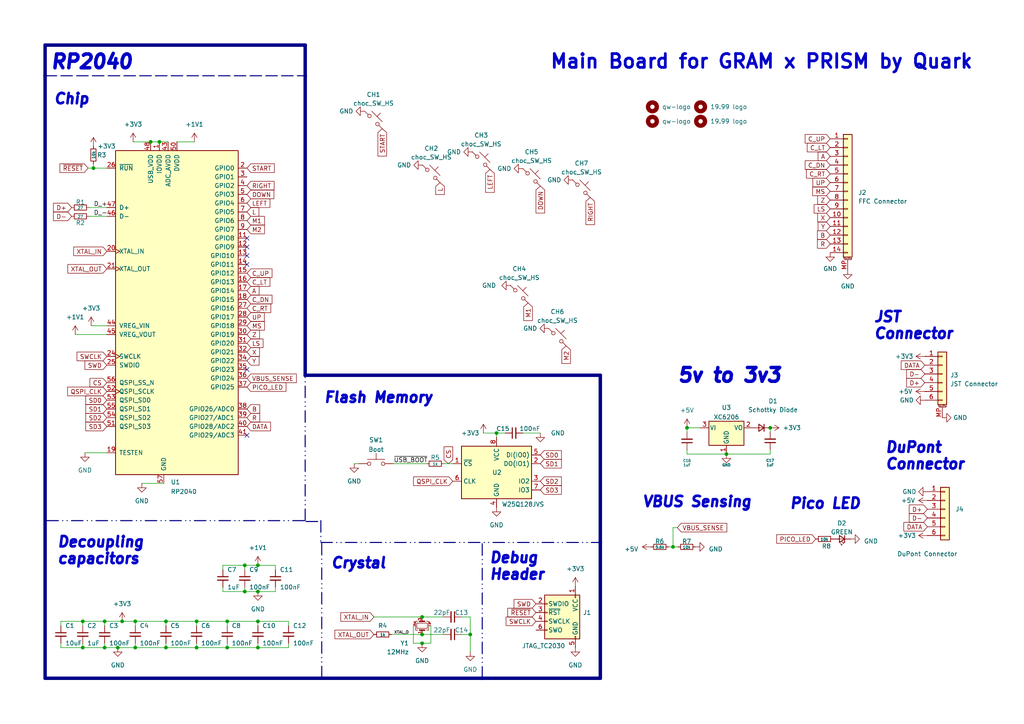
<source format=kicad_sch>
(kicad_sch (version 20230121) (generator eeschema)
  (paper "A4")
  (lib_symbols
    (symbol "Connector_Generic:Conn_01x06" (pin_names (offset 1.016) hide)
      (property "Reference" "J" (at 0 7.62 0))
      (property "Value" "Conn_01x06" (at 0 -10.16 0))
      (symbol "Conn_01x06_1_1"
        (pin passive line (at -5.08 5.08 0) (length 3.81) (name "Pin_1") (number "1"))
        (pin passive line (at -5.08 2.54 0) (length 3.81) (name "Pin_2") (number "2"))
        (pin passive line (at -5.08 0 0) (length 3.81) (name "Pin_3") (number "3"))
        (pin passive line (at -5.08 -2.54 0) (length 3.81) (name "Pin_4") (number "4"))
        (pin passive line (at -5.08 -5.08 0) (length 3.81) (name "Pin_5") (number "5"))
        (pin passive line (at -5.08 -7.62 0) (length 3.81) (name "Pin_6") (number "6"))
      )
    )
    (symbol "Connector_Generic_MountingPin:Conn_01x06_MountingPin" (pin_names (offset 1.016) hide)
      (property "Reference" "J" (at 0 7.62 0))
      (property "Value" "Conn_01x06_MountingPin" (at 1.27 -10.16 0))
      (symbol "Conn_01x06_MountingPin_1_1"
        (text "Mounting" (at 0 -9.271 0) (effects (font (size 0.381 0.381))))
        (pin passive line (at -5.08 5.08 0) (length 3.81) (name "Pin_1") (number "1"))
        (pin passive line (at -5.08 2.54 0) (length 3.81) (name "Pin_2") (number "2"))
        (pin passive line (at -5.08 0 0) (length 3.81) (name "Pin_3") (number "3"))
        (pin passive line (at -5.08 -2.54 0) (length 3.81) (name "Pin_4") (number "4"))
        (pin passive line (at -5.08 -5.08 0) (length 3.81) (name "Pin_5") (number "5"))
        (pin passive line (at -5.08 -7.62 0) (length 3.81) (name "Pin_6") (number "6"))
        (pin passive line (at 0 -12.7 90) (length 3.048) (name "MountPin") (number "MP"))
      )
    )
    (symbol "Connector_Generic_MountingPin:Conn_01x14_MountingPin" (pin_names (offset 1.016) hide)
      (property "Reference" "J" (at 0 17.78 0))
      (property "Value" "Conn_01x14_MountingPin" (at 1.27 -20.32 0))
      (symbol "Conn_01x14_MountingPin_1_1"
        (text "Mounting" (at 0 -19.431 0) (effects (font (size 0.381 0.381))))
        (pin passive line (at -5.08 15.24 0) (length 3.81) (name "Pin_1") (number "1"))
        (pin passive line (at -5.08 -7.62 0) (length 3.81) (name "Pin_10") (number "10"))
        (pin passive line (at -5.08 -10.16 0) (length 3.81) (name "Pin_11") (number "11"))
        (pin passive line (at -5.08 -12.7 0) (length 3.81) (name "Pin_12") (number "12"))
        (pin passive line (at -5.08 -15.24 0) (length 3.81) (name "Pin_13") (number "13"))
        (pin passive line (at -5.08 -17.78 0) (length 3.81) (name "Pin_14") (number "14"))
        (pin passive line (at -5.08 12.7 0) (length 3.81) (name "Pin_2") (number "2"))
        (pin passive line (at -5.08 10.16 0) (length 3.81) (name "Pin_3") (number "3"))
        (pin passive line (at -5.08 7.62 0) (length 3.81) (name "Pin_4") (number "4"))
        (pin passive line (at -5.08 5.08 0) (length 3.81) (name "Pin_5") (number "5"))
        (pin passive line (at -5.08 2.54 0) (length 3.81) (name "Pin_6") (number "6"))
        (pin passive line (at -5.08 0 0) (length 3.81) (name "Pin_7") (number "7"))
        (pin passive line (at -5.08 -2.54 0) (length 3.81) (name "Pin_8") (number "8"))
        (pin passive line (at -5.08 -5.08 0) (length 3.81) (name "Pin_9") (number "9"))
        (pin passive line (at 0 -22.86 90) (length 3.048) (name "MountPin") (number "MP"))
      )
    )
    (symbol "Device:C_Small" (pin_numbers hide) (pin_names (offset 0.254) hide)
      (property "Reference" "C" (at 0.254 1.778 0))
      (property "Value" "C_Small" (at 0.254 -2.032 0))
      (symbol "C_Small_1_1"
        (pin passive line (at 0 2.54 270) (length 2.032) (name "~") (number "1"))
        (pin passive line (at 0 -2.54 90) (length 2.032) (name "~") (number "2"))
      )
    )
    (symbol "Device:Crystal_GND24_Small" (pin_names (offset 1.016) hide)
      (property "Reference" "Y" (at 1.27 4.445 0))
      (property "Value" "Crystal_GND24_Small" (at 1.27 2.54 0))
      (symbol "Crystal_GND24_Small_1_1"
        (pin passive line (at -2.54 0 0) (length 1.27) (name "1") (number "1"))
        (pin passive line (at 0 -2.54 90) (length 0.635) (name "2") (number "2"))
        (pin passive line (at 2.54 0 180) (length 1.27) (name "3") (number "3"))
        (pin passive line (at 0 2.54 270) (length 0.635) (name "4") (number "4"))
      )
    )
    (symbol "Device:D_Small" (pin_numbers hide) (pin_names (offset 0.254) hide)
      (property "Reference" "D" (at -1.27 2.032 0))
      (property "Value" "D_Small" (at -3.81 -2.032 0))
      (symbol "D_Small_1_1"
        (pin passive line (at -2.54 0 0) (length 1.778) (name "K") (number "1"))
        (pin passive line (at 2.54 0 180) (length 1.778) (name "A") (number "2"))
      )
    )
    (symbol "Device:LED_Small" (pin_numbers hide) (pin_names (offset 0.254) hide)
      (property "Reference" "D" (at -1.27 3.175 0))
      (property "Value" "LED_Small" (at -4.445 -2.54 0))
      (symbol "LED_Small_1_1"
        (pin passive line (at -2.54 0 0) (length 1.778) (name "K") (number "1"))
        (pin passive line (at 2.54 0 180) (length 1.778) (name "A") (number "2"))
      )
    )
    (symbol "Device:R_Small" (pin_numbers hide) (pin_names (offset 0.254) hide)
      (property "Reference" "R" (at 0.762 0.508 0))
      (property "Value" "R_Small" (at 0.762 -1.016 0))
      (symbol "R_Small_1_1"
        (pin passive line (at 0 2.54 270) (length 0.762) (name "~") (number "1"))
        (pin passive line (at 0 -2.54 90) (length 0.762) (name "~") (number "2"))
      )
    )
    (symbol "GND_1" (power) (pin_names (offset 0))
      (property "Value" "GND_1" (at 0 -3.81 0))
      (symbol "GND_1_1_1"
        (pin power_in line (at 0 0 270) (length 0) hide (name "GND") (number "1"))
      )
    )
    (symbol "GND_2" (power) (pin_names (offset 0))
      (property "Value" "GND_2" (at 0 -3.81 0))
      (symbol "GND_2_1_1"
        (pin power_in line (at 0 0 270) (length 0) hide (name "GND") (number "1"))
      )
    )
    (symbol "Mechanical:MountingHole" (pin_names (offset 1.016))
      (property "Reference" "H" (at 0 5.08 0))
      (property "Value" "MountingHole" (at 0 3.175 0))
    )
    (symbol "Memory_Flash:W25Q128JVS"
      (property "Reference" "U" (at -8.89 8.89 0))
      (property "Value" "W25Q128JVS" (at 7.62 8.89 0))
      (symbol "W25Q128JVS_1_1"
        (pin input line (at -12.7 2.54 0) (length 2.54) (name "~{CS}") (number "1"))
        (pin bidirectional line (at 12.7 2.54 180) (length 2.54) (name "DO(IO1)") (number "2"))
        (pin bidirectional line (at 12.7 -2.54 180) (length 2.54) (name "IO2") (number "3"))
        (pin power_in line (at 0 -10.16 90) (length 2.54) (name "GND") (number "4"))
        (pin bidirectional line (at 12.7 5.08 180) (length 2.54) (name "DI(IO0)") (number "5"))
        (pin input line (at -12.7 -2.54 0) (length 2.54) (name "CLK") (number "6"))
        (pin bidirectional line (at 12.7 -5.08 180) (length 2.54) (name "IO3") (number "7"))
        (pin power_in line (at 0 10.16 270) (length 2.54) (name "VCC") (number "8"))
      )
    )
    (symbol "PCM_marbastlib-choc:choc_SW_HS" (pin_numbers hide) (pin_names (offset 1.016) hide)
      (property "Reference" "CH" (at 3.048 1.016 0))
      (property "Value" "choc_SW_HS" (at 0 -3.81 0))
      (symbol "choc_SW_HS_0_1"
        (pin passive line (at -2.54 2.54 0) (length 0) (name "1") (number "1"))
        (pin passive line (at 2.54 -2.54 180) (length 0) (name "2") (number "2"))
      )
    )
    (symbol "Regulator_Linear:XC6206PxxxMR" (pin_names (offset 0.254))
      (property "Reference" "U" (at -3.81 3.175 0))
      (property "Value" "XC6206PxxxMR" (at 0 3.175 0))
      (symbol "XC6206PxxxMR_1_1"
        (pin power_in line (at 0 -7.62 90) (length 2.54) (name "GND") (number "1"))
        (pin power_out line (at 7.62 0 180) (length 2.54) (name "VO") (number "2"))
        (pin power_in line (at -7.62 0 0) (length 2.54) (name "VI") (number "3"))
      )
    )
    (symbol "Sleep-lib:RP2040" (pin_names (offset 1.016))
      (property "Reference" "U" (at 8.89 51.435 0))
      (property "Value" "RP2040" (at 8.89 48.895 0))
      (symbol "RP2040_1_1"
        (pin power_in line (at -5.08 50.8 270) (length 2.54) (name "IOVDD") (number "1"))
        (pin power_in line (at -5.08 50.8 270) (length 2.54) hide (name "IOVDD") (number "10"))
        (pin input line (at 20.32 22.86 180) (length 2.54) (name "GPIO8") (number "11"))
        (pin input line (at 20.32 20.32 180) (length 2.54) (name "GPIO9") (number "12"))
        (pin input line (at 20.32 17.78 180) (length 2.54) (name "GPIO10") (number "13"))
        (pin input line (at 20.32 15.24 180) (length 2.54) (name "GPIO11") (number "14"))
        (pin input line (at 20.32 12.7 180) (length 2.54) (name "GPIO12") (number "15"))
        (pin input line (at 20.32 10.16 180) (length 2.54) (name "GPIO13") (number "16"))
        (pin input line (at 20.32 7.62 180) (length 2.54) (name "GPIO14") (number "17"))
        (pin input line (at 20.32 5.08 180) (length 2.54) (name "GPIO15") (number "18"))
        (pin input line (at -20.32 -39.37 0) (length 2.54) (name "TESTEN") (number "19"))
        (pin input line (at 20.32 43.18 180) (length 2.54) (name "GPIO0") (number "2"))
        (pin input clock (at -20.32 19.05 0) (length 2.54) (name "XTAL_IN") (number "20"))
        (pin input clock (at -20.32 13.97 0) (length 2.54) (name "XTAL_OUT") (number "21"))
        (pin power_in line (at -5.08 50.8 270) (length 2.54) hide (name "IOVDD") (number "22"))
        (pin power_in line (at 0 50.8 270) (length 2.54) hide (name "DVDD") (number "23"))
        (pin input clock (at -20.32 -11.43 0) (length 2.54) (name "SWCLK") (number "24"))
        (pin bidirectional line (at -20.32 -13.97 0) (length 2.54) (name "SWDIO") (number "25"))
        (pin input line (at -20.32 43.18 0) (length 2.54) (name "~{RUN}") (number "26"))
        (pin input line (at 20.32 2.54 180) (length 2.54) (name "GPIO16") (number "27"))
        (pin input line (at 20.32 0 180) (length 2.54) (name "GPIO17") (number "28"))
        (pin input line (at 20.32 -2.54 180) (length 2.54) (name "GPIO18") (number "29"))
        (pin input line (at 20.32 40.64 180) (length 2.54) (name "GPIO1") (number "3"))
        (pin input line (at 20.32 -5.08 180) (length 2.54) (name "GPIO19") (number "30"))
        (pin input line (at 20.32 -7.62 180) (length 2.54) (name "GPIO20") (number "31"))
        (pin input line (at 20.32 -10.16 180) (length 2.54) (name "GPIO21") (number "32"))
        (pin power_in line (at -5.08 50.8 270) (length 2.54) hide (name "IOVDD") (number "33"))
        (pin input line (at 20.32 -12.7 180) (length 2.54) (name "GPIO22") (number "34"))
        (pin input line (at 20.32 -15.24 180) (length 2.54) (name "GPIO23") (number "35"))
        (pin input line (at 20.32 -17.78 180) (length 2.54) (name "GPIO24") (number "36"))
        (pin input line (at 20.32 -20.32 180) (length 2.54) (name "GPIO25") (number "37"))
        (pin input line (at 20.32 -26.67 180) (length 2.54) (name "GPIO26/ADC0") (number "38"))
        (pin input line (at 20.32 -29.21 180) (length 2.54) (name "GPIO27/ADC1") (number "39"))
        (pin input line (at 20.32 38.1 180) (length 2.54) (name "GPIO2") (number "4"))
        (pin input line (at 20.32 -31.75 180) (length 2.54) (name "GPIO28/ADC2") (number "40"))
        (pin input line (at 20.32 -34.29 180) (length 2.54) (name "GPIO29/ADC3") (number "41"))
        (pin power_in line (at -5.08 50.8 270) (length 2.54) hide (name "IOVDD") (number "42"))
        (pin power_in line (at -2.54 50.8 270) (length 2.54) (name "ADC_AVDD") (number "43"))
        (pin power_in line (at -20.32 -2.54 0) (length 2.54) (name "VREG_VIN") (number "44"))
        (pin power_out line (at -20.32 -5.08 0) (length 2.54) (name "VREG_VOUT") (number "45"))
        (pin bidirectional line (at -20.32 29.21 0) (length 2.54) (name "D-") (number "46"))
        (pin bidirectional line (at -20.32 31.75 0) (length 2.54) (name "D+") (number "47"))
        (pin power_in line (at -7.62 50.8 270) (length 2.54) (name "USB_VDD") (number "48"))
        (pin power_in line (at -5.08 50.8 270) (length 2.54) hide (name "IOVDD") (number "49"))
        (pin input line (at 20.32 35.56 180) (length 2.54) (name "GPIO3") (number "5"))
        (pin power_in line (at 0 50.8 270) (length 2.54) (name "DVDD") (number "50"))
        (pin bidirectional line (at -20.32 -31.75 0) (length 2.54) (name "QSPI_SD3") (number "51"))
        (pin input clock (at -20.32 -21.59 0) (length 2.54) (name "QSPI_SCLK") (number "52"))
        (pin bidirectional line (at -20.32 -24.13 0) (length 2.54) (name "QSPI_SD0") (number "53"))
        (pin bidirectional line (at -20.32 -29.21 0) (length 2.54) (name "QSPI_SD2") (number "54"))
        (pin bidirectional line (at -20.32 -26.67 0) (length 2.54) (name "QSPI_SD1") (number "55"))
        (pin bidirectional line (at -20.32 -19.05 0) (length 2.54) (name "QSPI_SS_N") (number "56"))
        (pin power_in line (at -3.81 -48.26 90) (length 2.54) (name "GND") (number "57"))
        (pin input line (at 20.32 33.02 180) (length 2.54) (name "GPIO4") (number "6"))
        (pin input line (at 20.32 30.48 180) (length 2.54) (name "GPIO5") (number "7"))
        (pin input line (at 20.32 27.94 180) (length 2.54) (name "GPIO6") (number "8"))
        (pin input line (at 20.32 25.4 180) (length 2.54) (name "GPIO7") (number "9"))
      )
    )
    (symbol "Switch:SW_Push" (pin_numbers hide) (pin_names (offset 1.016) hide)
      (property "Reference" "SW" (at 1.27 2.54 0))
      (property "Value" "SW_Push" (at 0 -1.524 0))
      (symbol "SW_Push_0_1"
        (pin passive line (at -5.08 0 0) (length 2.54) (name "1") (number "1"))
        (pin passive line (at 5.08 0 180) (length 2.54) (name "2") (number "2"))
      )
    )
    (symbol "marbastlib-various:JTAG_TC2030" (pin_names (offset 1.016))
      (property "Reference" "J" (at -3.81 -6.35 0))
      (property "Value" "JTAG_TC2030" (at -10.16 8.89 0))
      (symbol "JTAG_TC2030_1_1"
        (pin passive line (at 5.08 10.16 270) (length 2.54) (name "VCC") (number "1"))
        (pin passive line (at -6.35 5.08 0) (length 2.54) (name "SWDIO") (number "2"))
        (pin passive line (at -6.35 2.54 0) (length 2.54) (name "~{RST}") (number "3"))
        (pin passive line (at -6.35 0 0) (length 2.54) (name "SWCLK") (number "4"))
        (pin passive line (at 5.08 -7.62 90) (length 2.54) (name "GND") (number "5"))
        (pin passive line (at -6.35 -2.54 0) (length 2.54) (name "SWO") (number "6"))
      )
    )
    (symbol "power:+1V1" (power) (pin_names (offset 0))
      (property "Value" "+1V1" (at 0 3.556 0))
      (symbol "+1V1_1_1"
        (pin power_in line (at 0 0 90) (length 0) hide (name "+1V1") (number "1"))
      )
    )
    (symbol "power:+3.3V" (power) (pin_names (offset 0))
      (property "Value" "+3.3V" (at 0 3.556 0))
      (symbol "+3.3V_1_1"
        (pin power_in line (at 0 0 90) (length 0) hide (name "+3V3") (number "1"))
      )
    )
    (symbol "power:+3V3" (power) (pin_names (offset 0))
      (property "Value" "+3V3" (at 0 3.556 0))
      (symbol "+3V3_1_1"
        (pin power_in line (at 0 0 90) (length 0) hide (name "+3V3") (number "1"))
      )
    )
    (symbol "power:+5V" (power) (pin_names (offset 0))
      (property "Value" "+5V" (at 0 3.556 0))
      (symbol "+5V_1_1"
        (pin power_in line (at 0 0 90) (length 0) hide (name "+5V") (number "1"))
      )
    )
    (symbol "power:GND" (power) (pin_names (offset 0))
      (property "Value" "GND" (at 0 -3.81 0))
      (symbol "GND_1_1"
        (pin power_in line (at 0 0 270) (length 0) hide (name "GND") (number "1"))
      )
    )
  )
  (junction (at 223.393 124.079))
  (junction (at 199.263 124.079) (diameter 0.9144))
  (junction (at 30.353 187.833))
  (junction (at 74.803 187.833))
  (junction (at 65.913 180.213))
  (junction (at 88.519 21.971))
  (junction (at 144.018 125.603))
  (junction (at 174.117 157.3361))
  (junction (at 70.993 171.577))
  (junction (at 57.023 187.833))
  (junction (at 74.803 180.213))
  (junction (at 210.693 131.699) (diameter 0.9144))
  (junction (at 48.133 180.213))
  (junction (at 48.133 187.833))
  (junction (at 136.398 184.023))
  (junction (at 65.913 187.833))
  (junction (at 57.023 180.213))
  (junction (at 46.228 41.148))
  (junction (at 70.993 163.957))
  (junction (at 13.081 21.971))
  (junction (at 195.199 158.623))
  (junction (at 43.688 41.148))
  (junction (at 27.0952 48.768))
  (junction (at 24.003 187.833))
  (junction (at 24.003 180.213))
  (junction (at 122.428 186.563))
  (junction (at 122.428 184.023))
  (junction (at 34.163 187.833))
  (junction (at 139.874 196.723))
  (junction (at 35.433 180.213))
  (junction (at 74.803 171.577))
  (junction (at 88.519 108.839))
  (junction (at 39.243 187.833))
  (junction (at 122.428 178.943))
  (junction (at 74.803 163.957))
  (junction (at 39.243 180.213))
  (junction (at 30.353 180.213))
  (no_connect (at 71.628 126.238))
  (no_connect (at 71.628 69.088))
  (no_connect (at 71.628 71.628))
  (no_connect (at 71.628 76.708))
  (no_connect (at 71.628 107.188))
  (no_connect (at 71.628 74.168))
  (wire (pts (xy 210.693 131.699) (xy 223.393 131.699)))
  (wire (pts (xy 74.803 171.577) (xy 79.883 171.577)))
  (bus (pts (xy 139.874 196.723) (xy 174.117 196.723)) (stroke (width 1)))
  (wire (pts (xy 136.398 184.023) (xy 133.858 184.023)))
  (wire (pts (xy 48.133 187.833) (xy 48.133 186.563)))
  (bus (pts (xy 13.081 196.723) (xy 139.874 196.723)) (stroke (width 1)))
  (wire (pts (xy 70.993 171.577) (xy 74.803 171.577)))
  (bus (pts (xy 13.081 21.971) (xy 13.081 196.723)) (stroke (width 1)))
  (bus (pts (xy 93.0582 151.003) (xy 93.0582 157.3361)) (stroke (width 0) (type dash_dot_dot)))
  (wire (pts (xy 38.608 41.148) (xy 43.688 41.148)))
  (wire (pts (xy 195.199 158.623) (xy 196.6468 158.623)))
  (bus (pts (xy 88.519 13.081) (xy 88.519 21.971)) (stroke (width 1)))
  (wire (pts (xy 74.803 180.213) (xy 83.693 180.213)))
  (wire (pts (xy 70.993 163.957) (xy 70.993 165.227)))
  (bus (pts (xy 174.117 157.3361) (xy 174.117 157.353)))
  (wire (pts (xy 43.688 41.148) (xy 46.228 41.148)))
  (wire (pts (xy 51.308 41.148) (xy 56.388 41.148)))
  (wire (pts (xy 124.968 181.483) (xy 124.968 186.563)))
  (bus (pts (xy 88.519 21.971) (xy 88.519 108.839)) (stroke (width 1)))
  (wire (pts (xy 30.988 97.028) (xy 21.8186 97.028)))
  (wire (pts (xy 79.883 163.957) (xy 79.883 165.227)))
  (wire (pts (xy 223.393 130.4036) (xy 223.393 131.699)))
  (wire (pts (xy 74.803 163.957) (xy 79.883 163.957)))
  (wire (pts (xy 34.163 187.833) (xy 39.243 187.833)))
  (wire (pts (xy 65.913 180.213) (xy 74.803 180.213)))
  (wire (pts (xy 199.263 130.429) (xy 199.263 131.699)))
  (wire (pts (xy 17.653 180.213) (xy 24.003 180.213)))
  (wire (pts (xy 119.888 181.483) (xy 119.888 186.563)))
  (wire (pts (xy 133.858 178.943) (xy 136.398 178.943)))
  (wire (pts (xy 79.883 171.577) (xy 79.883 170.307)))
  (wire (pts (xy 27.0952 47.498) (xy 27.0952 48.768)))
  (wire (pts (xy 102.743 134.493) (xy 104.013 134.493)))
  (wire (pts (xy 144.018 125.603) (xy 144.018 126.873)))
  (bus (pts (xy 93.3122 157.5901) (xy 93.3122 196.977)) (stroke (width 0) (type dash_dot_dot)))
  (wire (pts (xy 74.803 180.213) (xy 74.803 181.483)))
  (wire (pts (xy 128.778 134.493) (xy 131.318 134.493)))
  (wire (pts (xy 140.208 125.603) (xy 144.018 125.603)))
  (wire (pts (xy 151.638 125.603) (xy 156.718 125.603)))
  (wire (pts (xy 46.228 41.148) (xy 48.768 41.148)))
  (wire (pts (xy 108.458 178.943) (xy 122.428 178.943)))
  (wire (pts (xy 57.023 180.213) (xy 65.913 180.213)))
  (wire (pts (xy 64.643 163.957) (xy 64.643 165.227)))
  (wire (pts (xy 39.243 187.833) (xy 48.133 187.833)))
  (bus (pts (xy 139.874 196.723) (xy 139.874 157.353)) (stroke (width 0) (type dash_dot_dot)))
  (wire (pts (xy 30.353 186.563) (xy 30.353 187.833)))
  (bus (pts (xy 88.519 151.003) (xy 88.519 108.839)) (stroke (width 0) (type dash_dot_dot)))
  (bus (pts (xy 13.081 13.081) (xy 13.081 21.971)) (stroke (width 1)))
  (wire (pts (xy 128.778 184.023) (xy 122.428 184.023)))
  (wire (pts (xy 70.993 170.307) (xy 70.993 171.577)))
  (wire (pts (xy 17.653 187.833) (xy 24.003 187.833)))
  (wire (pts (xy 17.653 181.483) (xy 17.653 180.213)))
  (wire (pts (xy 210.693 131.699) (xy 199.263 131.699)))
  (wire (pts (xy 25.5523 48.768) (xy 27.0952 48.768)))
  (wire (pts (xy 136.398 178.943) (xy 136.398 184.023)))
  (wire (pts (xy 74.803 187.833) (xy 83.693 187.833)))
  (bus (pts (xy 174.117 157.3361) (xy 174.117 108.839)) (stroke (width 1)))
  (wire (pts (xy 25.8572 62.738) (xy 30.988 62.738)))
  (wire (pts (xy 24.003 187.833) (xy 30.353 187.833)))
  (wire (pts (xy 57.023 186.563) (xy 57.023 187.833)))
  (wire (pts (xy 119.888 186.563) (xy 122.428 186.563)))
  (wire (pts (xy 39.243 187.833) (xy 39.243 186.563)))
  (wire (pts (xy 48.133 187.833) (xy 57.023 187.833)))
  (bus (pts (xy 13.081 21.971) (xy 88.519 21.971)) (stroke (width 0) (type dash)))
  (wire (pts (xy 83.693 180.213) (xy 83.693 181.483)))
  (wire (pts (xy 24.003 180.213) (xy 24.003 181.483)))
  (wire (pts (xy 65.913 187.833) (xy 74.803 187.833)))
  (wire (pts (xy 136.398 184.023) (xy 136.398 189.103)))
  (bus (pts (xy 13.589 151.003) (xy 88.519 151.003)) (stroke (width 0) (type dash_dot_dot)))
  (wire (pts (xy 39.243 180.213) (xy 48.133 180.213)))
  (wire (pts (xy 74.803 187.833) (xy 74.803 186.563)))
  (wire (pts (xy 48.133 180.213) (xy 57.023 180.213)))
  (wire (pts (xy 65.913 180.213) (xy 65.913 181.483)))
  (wire (pts (xy 70.993 163.957) (xy 64.643 163.957)))
  (wire (pts (xy 30.353 180.213) (xy 30.353 181.483)))
  (wire (pts (xy 27.0952 48.768) (xy 30.988 48.768)))
  (bus (pts (xy 88.519 108.839) (xy 174.117 108.839)) (stroke (width 1)))
  (wire (pts (xy 65.913 186.563) (xy 65.913 187.833)))
  (wire (pts (xy 57.023 187.833) (xy 65.913 187.833)))
  (wire (pts (xy 199.263 124.079) (xy 199.263 125.349)))
  (wire (pts (xy 195.199 153.035) (xy 195.199 158.623)))
  (wire (pts (xy 144.018 125.603) (xy 146.558 125.603)))
  (wire (pts (xy 74.803 163.957) (xy 70.993 163.957)))
  (wire (pts (xy 199.263 124.079) (xy 203.073 124.079)))
  (wire (pts (xy 57.023 180.213) (xy 57.023 181.483)))
  (wire (pts (xy 114.173 134.493) (xy 123.698 134.493)))
  (wire (pts (xy 30.353 187.833) (xy 34.163 187.833)))
  (wire (pts (xy 48.133 180.213) (xy 48.133 181.483)))
  (wire (pts (xy 26.4414 94.488) (xy 30.988 94.488)))
  (wire (pts (xy 35.433 180.213) (xy 39.243 180.213)))
  (wire (pts (xy 39.243 180.213) (xy 39.243 181.483)))
  (wire (pts (xy 41.148 140.208) (xy 47.498 140.208)))
  (wire (pts (xy 30.353 180.213) (xy 35.433 180.213)))
  (wire (pts (xy 193.929 158.623) (xy 195.199 158.623)))
  (wire (pts (xy 25.8572 60.198) (xy 30.988 60.198)))
  (wire (pts (xy 17.653 186.563) (xy 17.653 187.833)))
  (wire (pts (xy 64.643 170.307) (xy 64.643 171.577)))
  (bus (pts (xy 93.0582 157.3361) (xy 174.117 157.3361)) (stroke (width 0) (type dash_dot_dot)))
  (wire (pts (xy 223.393 125.3236) (xy 223.393 124.079)))
  (wire (pts (xy 64.643 171.577) (xy 70.993 171.577)))
  (wire (pts (xy 122.428 184.023) (xy 113.538 184.023)))
  (wire (pts (xy 24.003 186.563) (xy 24.003 187.833)))
  (wire (pts (xy 196.469 153.035) (xy 195.199 153.035)))
  (wire (pts (xy 30.353 180.213) (xy 24.003 180.213)))
  (wire (pts (xy 24.638 131.318) (xy 30.988 131.318)))
  (wire (pts (xy 128.778 178.943) (xy 122.428 178.943)))
  (bus (pts (xy 13.081 13.081) (xy 88.519 13.081)) (stroke (width 1)))
  (bus (pts (xy 174.117 196.723) (xy 174.117 157.3361)) (stroke (width 1)))
  (wire (pts (xy 83.693 187.833) (xy 83.693 186.563)))
  (bus (pts (xy 88.773 151.257) (xy 93.3122 151.257)) (stroke (width 0) (type dash_dot_dot)))
  (wire (pts (xy 124.968 186.563) (xy 122.428 186.563)))
  (text "Debug\nHeader" (at 141.732 168.529 0) (effects (font (size 3 3) (thickness 2) bold italic) (justify left bottom)))
  (text "5v to 3v3" (at 196.215 111.379 0) (effects (font (size 4 4) (thickness 2) bold italic) (justify left bottom)))
  (text "Chip" (at 15.367 30.607 0) (effects (font (size 3 3) (thickness 2) bold italic) (justify left bottom)))
  (text "Pico LED" (at 228.8032 147.955 0) (effects (font (size 3 3) (thickness 2) bold italic) (justify left bottom)))
  (text "Main Board for GRAM x PRISM by Quark" (at 282.448 20.32 0) (effects (font (size 4 4) (thickness 0.8) bold) (justify right bottom)))
  (text "JST\nConnector" (at 253.238 98.679 0) (effects (font (size 3 3) (thickness 2) bold italic) (justify left bottom)))
  (text "Flash Memory" (at 93.726 117.221 0) (effects (font (size 3 3) (thickness 2) bold italic) (justify left bottom)))
  (text "Decoupling\ncapacitors" (at 16.383 163.957 0) (effects (font (size 3 3) (thickness 2) bold italic) (justify left bottom)))
  (text "VBUS Sensing" (at 186.055 147.447 0) (effects (font (size 3 3) (thickness 2) bold italic) (justify left bottom)))
  (text "Crystal" (at 95.758 165.227 0) (effects (font (size 3 3) (thickness 2) bold italic) (justify left bottom)))
  (text "RP2040" (at 14.351 20.447 0) (effects (font (size 4 4) (thickness 2) bold italic) (justify left bottom)))
  (text "DuPont\nConnector" (at 256.54 136.525 0) (effects (font (size 3 3) (thickness 2) bold italic) (justify left bottom)))
  (label "D_-" (at 27.178 62.738 0))
  (label "D_+" (at 27.178 60.198 0))
  (label "~{USB_BOOT}" (at 114.173 134.493 0))
  (label "XTAL_O" (at 118.618 184.023 180) (effects (font (size 0.8 0.8))))
  (global_label "RIGHT" (shape input) (at 71.628 53.848 0) (property "Intersheetrefs" "${INTERSHEET_REFS}" (effects hide)))
  (global_label "C_LT" (shape input) (at 240.792 42.799 180) (property "Intersheetrefs" "${INTERSHEET_REFS}" (effects hide)))
  (global_label "DOWN" (shape input) (at 71.628 56.388 0) (property "Intersheetrefs" "${INTERSHEET_REFS}" (effects hide)))
  (global_label "START" (shape input) (at 71.628 48.768 0) (property "Intersheetrefs" "${INTERSHEET_REFS}" (effects hide)))
  (global_label "C_UP" (shape input) (at 240.792 40.259 180) (property "Intersheetrefs" "${INTERSHEET_REFS}" (effects hide)))
  (global_label "D+" (shape input) (at 268.224 110.998 180) (property "Intersheetrefs" "${INTERSHEET_REFS}" (effects hide)))
  (global_label "LS" (shape input) (at 71.628 99.568 0) (property "Intersheetrefs" "${INTERSHEET_REFS}" (effects hide)))
  (global_label "DOWN" (shape input) (at 156.718 53.975 270) (property "Intersheetrefs" "${INTERSHEET_REFS}" (effects hide)))
  (global_label "C_DN" (shape input) (at 71.628 86.868 0) (property "Intersheetrefs" "${INTERSHEET_REFS}" (effects hide)))
  (global_label "X" (shape input) (at 240.792 63.119 180) (property "Intersheetrefs" "${INTERSHEET_REFS}" (effects hide)))
  (global_label "D+" (shape input) (at 268.986 147.701 180) (property "Intersheetrefs" "${INTERSHEET_REFS}" (effects hide)))
  (global_label "DATA" (shape input) (at 268.986 152.781 180) (property "Intersheetrefs" "${INTERSHEET_REFS}" (effects hide)))
  (global_label "START" (shape input) (at 110.871 37.338 270) (property "Intersheetrefs" "${INTERSHEET_REFS}" (effects hide)))
  (global_label "UP" (shape input) (at 71.628 91.948 0) (property "Intersheetrefs" "${INTERSHEET_REFS}" (effects hide)))
  (global_label "C_RT" (shape input) (at 71.628 89.408 0) (property "Intersheetrefs" "${INTERSHEET_REFS}" (effects hide)))
  (global_label "Y" (shape input) (at 71.628 104.648 0) (property "Intersheetrefs" "${INTERSHEET_REFS}" (effects hide)))
  (global_label "SD0" (shape input) (at 30.988 116.078 180) (property "Intersheetrefs" "${INTERSHEET_REFS}" (effects hide)))
  (global_label "C_RT" (shape input) (at 240.792 50.419 180) (property "Intersheetrefs" "${INTERSHEET_REFS}" (effects hide)))
  (global_label "SD3" (shape input) (at 30.988 123.698 180) (property "Intersheetrefs" "${INTERSHEET_REFS}" (effects hide)))
  (global_label "SWD" (shape input) (at 30.988 105.918 180) (property "Intersheetrefs" "${INTERSHEET_REFS}" (effects hide)))
  (global_label "PICO_LED" (shape input) (at 71.628 112.268 0) (property "Intersheetrefs" "${INTERSHEET_REFS}" (effects hide)))
  (global_label "SD1" (shape input) (at 156.718 134.493 0) (property "Intersheetrefs" "${INTERSHEET_REFS}" (effects hide)))
  (global_label "DATA" (shape input) (at 268.224 105.918 180) (property "Intersheetrefs" "${INTERSHEET_REFS}" (effects hide)))
  (global_label "XTAL_OUT" (shape input) (at 30.988 77.978 180) (property "Intersheetrefs" "${INTERSHEET_REFS}" (effects hide)))
  (global_label "LEFT" (shape input) (at 142.113 49.149 270) (property "Intersheetrefs" "${INTERSHEET_REFS}" (effects hide)))
  (global_label "RIGHT" (shape input) (at 171.196 57.277 270) (property "Intersheetrefs" "${INTERSHEET_REFS}" (effects hide)))
  (global_label "M1" (shape input) (at 71.628 64.008 0) (property "Intersheetrefs" "${INTERSHEET_REFS}" (effects hide)))
  (global_label "A" (shape input) (at 240.792 45.339 180) (property "Intersheetrefs" "${INTERSHEET_REFS}" (effects hide)))
  (global_label "Y" (shape input) (at 240.792 65.659 180) (property "Intersheetrefs" "${INTERSHEET_REFS}" (effects hide)))
  (global_label "D-" (shape input) (at 268.224 108.458 180) (property "Intersheetrefs" "${INTERSHEET_REFS}" (effects hide)))
  (global_label "UP" (shape input) (at 240.792 52.959 180) (property "Intersheetrefs" "${INTERSHEET_REFS}" (effects hide)))
  (global_label "R" (shape input) (at 71.628 121.158 0) (property "Intersheetrefs" "${INTERSHEET_REFS}" (effects hide)))
  (global_label "M2" (shape input) (at 164.211 100.33 270) (property "Intersheetrefs" "${INTERSHEET_REFS}" (effects hide)))
  (global_label "D-" (shape input) (at 20.7772 62.738 180) (property "Intersheetrefs" "${INTERSHEET_REFS}" (effects hide)))
  (global_label "D-" (shape input) (at 268.986 150.241 180) (property "Intersheetrefs" "${INTERSHEET_REFS}" (effects hide)))
  (global_label "C_UP" (shape input) (at 71.628 79.248 0) (property "Intersheetrefs" "${INTERSHEET_REFS}" (effects hide)))
  (global_label "SWD" (shape input) (at 155.448 175.133 180) (property "Intersheetrefs" "${INTERSHEET_REFS}" (effects hide)))
  (global_label "B" (shape input) (at 71.628 118.618 0) (property "Intersheetrefs" "${INTERSHEET_REFS}" (effects hide)))
  (global_label "M2" (shape input) (at 71.628 66.548 0) (property "Intersheetrefs" "${INTERSHEET_REFS}" (effects hide)))
  (global_label "SD1" (shape input) (at 30.988 118.618 180) (property "Intersheetrefs" "${INTERSHEET_REFS}" (effects hide)))
  (global_label "M1" (shape input) (at 153.162 87.884 270) (property "Intersheetrefs" "${INTERSHEET_REFS}" (effects hide)))
  (global_label "~{RESET}" (shape input) (at 155.448 177.673 180) (property "Intersheetrefs" "${INTERSHEET_REFS}" (effects hide)))
  (global_label "QSPI_CLK" (shape input) (at 30.988 113.538 180) (property "Intersheetrefs" "${INTERSHEET_REFS}" (effects hide)))
  (global_label "LS" (shape input) (at 240.792 60.579 180) (property "Intersheetrefs" "${INTERSHEET_REFS}" (effects hide)))
  (global_label "SWCLK" (shape input) (at 155.448 180.213 180) (property "Intersheetrefs" "${INTERSHEET_REFS}" (effects hide)))
  (global_label "B" (shape input) (at 240.792 68.199 180) (property "Intersheetrefs" "${INTERSHEET_REFS}" (effects hide)))
  (global_label "SD2" (shape input) (at 30.988 121.158 180) (property "Intersheetrefs" "${INTERSHEET_REFS}" (effects hide)))
  (global_label "XTAL_OUT" (shape input) (at 108.458 184.023 180) (property "Intersheetrefs" "${INTERSHEET_REFS}" (effects hide)))
  (global_label "SD3" (shape input) (at 156.718 142.113 0) (property "Intersheetrefs" "${INTERSHEET_REFS}" (effects hide)))
  (global_label "~{RESET}" (shape input) (at 25.5523 48.768 180) (property "Intersheetrefs" "${INTERSHEET_REFS}" (effects hide)))
  (global_label "QSPI_CLK" (shape input) (at 131.318 139.573 180) (property "Intersheetrefs" "${INTERSHEET_REFS}" (effects hide)))
  (global_label "Z" (shape input) (at 71.628 97.028 0) (property "Intersheetrefs" "${INTERSHEET_REFS}" (effects hide)))
  (global_label "PICO_LED" (shape input) (at 236.601 156.337 180) (property "Intersheetrefs" "${INTERSHEET_REFS}" (effects hide)))
  (global_label "VBUS_SENSE" (shape input) (at 71.628 109.728 0) (property "Intersheetrefs" "${INTERSHEET_REFS}" (effects hide)))
  (global_label "D+" (shape input) (at 20.7772 60.198 180) (property "Intersheetrefs" "${INTERSHEET_REFS}" (effects hide)))
  (global_label "L" (shape input) (at 71.628 61.468 0) (property "Intersheetrefs" "${INTERSHEET_REFS}" (effects hide)))
  (global_label "X" (shape input) (at 71.628 102.108 0) (property "Intersheetrefs" "${INTERSHEET_REFS}" (effects hide)))
  (global_label "C_DN" (shape input) (at 240.792 47.879 180) (property "Intersheetrefs" "${INTERSHEET_REFS}" (effects hide)))
  (global_label "C_LT" (shape input) (at 71.628 81.788 0) (property "Intersheetrefs" "${INTERSHEET_REFS}" (effects hide)))
  (global_label "Z" (shape input) (at 240.792 58.039 180) (property "Intersheetrefs" "${INTERSHEET_REFS}" (effects hide)))
  (global_label "MS" (shape input) (at 240.792 55.499 180) (property "Intersheetrefs" "${INTERSHEET_REFS}" (effects hide)))
  (global_label "XTAL_IN" (shape input) (at 108.458 178.943 180) (property "Intersheetrefs" "${INTERSHEET_REFS}" (effects hide)))
  (global_label "A" (shape input) (at 71.628 84.328 0) (property "Intersheetrefs" "${INTERSHEET_REFS}" (effects hide)))
  (global_label "DATA" (shape input) (at 71.628 123.698 0) (property "Intersheetrefs" "${INTERSHEET_REFS}" (effects hide)))
  (global_label "CS" (shape input) (at 130.048 134.493 90) (property "Intersheetrefs" "${INTERSHEET_REFS}" (effects hide)))
  (global_label "SWCLK" (shape input) (at 30.988 103.378 180) (property "Intersheetrefs" "${INTERSHEET_REFS}" (effects hide)))
  (global_label "MS" (shape input) (at 71.628 94.488 0) (property "Intersheetrefs" "${INTERSHEET_REFS}" (effects hide)))
  (global_label "R" (shape input) (at 240.792 70.739 180) (property "Intersheetrefs" "${INTERSHEET_REFS}" (effects hide)))
  (global_label "CS" (shape input) (at 30.988 110.998 180) (property "Intersheetrefs" "${INTERSHEET_REFS}" (effects hide)))
  (global_label "VBUS_SENSE" (shape input) (at 196.469 153.035 0) (property "Intersheetrefs" "${INTERSHEET_REFS}" (effects hide)))
  (global_label "L" (shape input) (at 127.635 52.959 270) (property "Intersheetrefs" "${INTERSHEET_REFS}" (effects hide)))
  (global_label "LEFT" (shape input) (at 71.628 58.928 0) (property "Intersheetrefs" "${INTERSHEET_REFS}" (effects hide)))
  (global_label "SD0" (shape input) (at 156.718 131.953 0) (property "Intersheetrefs" "${INTERSHEET_REFS}" (effects hide)))
  (global_label "SD2" (shape input) (at 156.718 139.573 0) (property "Intersheetrefs" "${INTERSHEET_REFS}" (effects hide)))
  (global_label "XTAL_IN" (shape input) (at 30.988 72.898 180) (property "Intersheetrefs" "${INTERSHEET_REFS}" (effects hide)))
  (symbol (lib_id "power:GND") (at 201.7268 158.623 90) (unit 1)
    (property "Reference" "#PWR029" (effects hide))
    (property "Value" "GND" (at 205.5368 159.258 90) (effects (justify right)))
  )
  (symbol (lib_name "GND_1") (lib_id "power:GND") (at 273.304 121.158 90) (mirror x) (unit 1)
    (property "Reference" "#PWR041" (effects hide))
    (property "Value" "GND" (at 276.479 121.158 90) (effects (justify right)))
  )
  (symbol (lib_id "power:GND") (at 122.555 47.879 270) (unit 1)
    (property "Reference" "#PWR015" (effects hide))
    (property "Value" "GND" (at 119.253 47.879 90) (effects (justify right)))
  )
  (symbol (lib_id "power:+3.3V") (at 268.986 155.321 90) (unit 1)
    (property "Reference" "#PWR040" (effects hide))
    (property "Value" "+3.3V" (at 265.684 155.321 90) (effects (justify left)))
  )
  (symbol (lib_id "power:+1V1") (at 21.8186 97.028 0) (unit 1)
    (property "Reference" "#PWR01" (effects hide))
    (property "Value" "+1V1" (at 21.8186 91.948 0))
  )
  (symbol (lib_id "PCM_marbastlib-choc:choc_SW_HS") (at 154.178 51.435 0) (unit 1)
    (property "Reference" "CH5" (at 154.178 44.069 0))
    (property "Value" "choc_SW_HS" (at 154.178 46.609 0))
    (property "Footprint" "PCM_marbastlib-choc:SW_choc_v1_HS_1u" (effects hide))
    (property "LCSC" "C5333465" (effects hide))
  )
  (symbol (lib_id "power:GND") (at 148.082 82.804 270) (unit 1)
    (property "Reference" "#PWR020" (effects hide))
    (property "Value" "GND" (at 143.891 82.804 90) (effects (justify right)))
  )
  (symbol (lib_id "power:GND") (at 34.163 187.833 0) (unit 1)
    (property "Reference" "#PWR05" (effects hide))
    (property "Value" "GND" (at 34.163 192.913 0))
  )
  (symbol (lib_id "Device:LED_Small") (at 244.221 156.337 180) (unit 1)
    (property "Reference" "D2" (at 244.1575 151.765 0))
    (property "Value" "GREEN" (at 244.1575 154.305 0))
    (property "Footprint" "LED_SMD:LED_0805_2012Metric" (effects hide))
    (property "LCSC" "C2297" (effects hide))
  )
  (symbol (lib_id "power:GND") (at 102.743 134.493 0) (unit 1)
    (property "Reference" "#PWR012" (effects hide))
    (property "Value" "GND" (at 102.743 139.573 0))
  )
  (symbol (lib_id "Device:C_Small") (at 223.393 127.8636 180) (unit 1)
    (property "Reference" "C17" (at 223.393 133.5786 0) (effects (font (size 0.762 0.762))))
    (property "Value" "1uF" (at 223.393 134.8486 0) (effects (font (size 0.762 0.762))))
    (property "Footprint" "Capacitor_SMD:C_0402_1005Metric" (effects hide))
    (property "LCSC" "C52923" (effects hide))
  )
  (symbol (lib_id "Device:R_Small") (at 23.3172 60.198 90) (unit 1)
    (property "Reference" "R1" (at 23.3172 58.6486 90))
    (property "Value" "27" (at 23.3172 60.2996 90) (effects (font (size 0.8 0.8))))
    (property "Footprint" "Resistor_SMD:R_0603_1608Metric" (effects hide))
    (property "LCSC" "C25190" (effects hide))
  )
  (symbol (lib_id "Device:C_Small") (at 199.263 127.889 180) (unit 1)
    (property "Reference" "C16" (at 199.263 133.604 0) (effects (font (size 0.762 0.762))))
    (property "Value" "1uF" (at 199.263 134.874 0) (effects (font (size 0.762 0.762))))
    (property "Footprint" "Capacitor_SMD:C_0402_1005Metric" (effects hide))
    (property "LCSC" "C52923" (effects hide))
  )
  (symbol (lib_id "Mechanical:MountingHole") (at 203.2 30.988 0) (unit 1) (in_bom no)
    (property "Reference" "H3" (effects hide))
    (property "Value" "19.99 logo" (at 205.994 30.988 0) (effects (justify left)))
    (property "Footprint" "1999:1999 logo md" (effects hide))
  )
  (symbol (lib_id "PCM_marbastlib-choc:choc_SW_HS") (at 125.095 50.419 0) (unit 1)
    (property "Reference" "CH2" (at 125.095 43.053 0))
    (property "Value" "choc_SW_HS" (at 125.095 45.593 0))
    (property "Footprint" "PCM_marbastlib-choc:SW_choc_v1_HS_1u" (effects hide))
    (property "LCSC" "C5333465" (effects hide))
  )
  (symbol (lib_id "Device:R_Small") (at 126.238 134.493 90) (unit 1)
    (property "Reference" "R5" (at 126.2338 132.701 90))
    (property "Value" "1k" (at 126.2352 134.5739 90) (effects (font (size 0.8 0.8))))
    (property "Footprint" "Resistor_SMD:R_0402_1005Metric" (effects hide))
    (property "LCSC" "C11702" (effects hide))
  )
  (symbol (lib_id "Connector_Generic_MountingPin:Conn_01x06_MountingPin") (at 273.304 108.458 0) (unit 1)
    (property "Reference" "J3" (at 275.59 108.8136 0) (effects (justify left)))
    (property "Value" "JST Connector" (at 275.59 111.3536 0) (effects (justify left)))
    (property "Footprint" "Connector_JST:JST_SH_SM06B-SRSS-TB_1x06-1MP_P1.00mm_Horizontal" (effects hide))
    (property "LCSC" "C160405" (effects hide))
  )
  (symbol (lib_id "PCM_marbastlib-choc:choc_SW_HS") (at 139.573 46.609 0) (unit 1)
    (property "Reference" "CH3" (at 139.573 39.243 0))
    (property "Value" "choc_SW_HS" (at 139.573 41.783 0))
    (property "Footprint" "PCM_marbastlib-choc:SW_choc_v1_HS_1u" (effects hide))
    (property "LCSC" "C5333465" (effects hide))
  )
  (symbol (lib_id "Device:R_Small") (at 199.1868 158.623 90) (unit 1)
    (property "Reference" "R7" (at 200.5239 157.0501 90) (effects (justify left)))
    (property "Value" "10k" (at 200.3208 158.7346 90) (effects (font (size 0.8 0.8)) (justify left)))
    (property "Footprint" "Resistor_SMD:R_0603_1608Metric" (effects hide))
    (property "LCSC" "C25804" (effects hide))
  )
  (symbol (lib_id "power:+3V3") (at 26.4414 94.488 0) (unit 1)
    (property "Reference" "#PWR03" (effects hide))
    (property "Value" "+3V3" (at 26.4414 89.408 0))
  )
  (symbol (lib_id "power:+3.3V") (at 223.393 124.079 270) (unit 1)
    (property "Reference" "#PWR031" (effects hide))
    (property "Value" "+3.3V" (at 227.0252 124.0789 90) (effects (justify left)))
  )
  (symbol (lib_id "Connector_Generic:Conn_01x06") (at 274.066 147.701 0) (unit 1) (in_bom no)
    (property "Reference" "J4" (at 277.114 147.701 0) (effects (justify left)))
    (property "Value" "DuPont Connector" (at 260.223 160.655 0) (effects (justify left)))
    (property "Footprint" "Connector_PinHeader_2.54mm:PinHeader_1x06_P2.54mm_Vertical" (effects hide))
  )
  (symbol (lib_id "Device:C_Small") (at 65.913 184.023 0) (unit 1)
    (property "Reference" "C8" (at 67.183 181.4829 0) (effects (justify left)))
    (property "Value" "100nF" (at 67.183 186.5629 0) (effects (justify left)))
    (property "Footprint" "Capacitor_SMD:C_0402_1005Metric" (effects hide))
    (property "LCSC" "C1525" (effects hide))
  )
  (symbol (lib_id "Connector_Generic_MountingPin:Conn_01x14_MountingPin") (at 245.872 55.499 0) (unit 1)
    (property "Reference" "J2" (at 248.92 55.8546 0) (effects (justify left)))
    (property "Value" "FFC Connector" (at 248.92 58.3946 0) (effects (justify left)))
    (property "Footprint" "Connector_FFC-FPC:TE_1-84953-4_1x14-1MP_P1.0mm_Horizontal" (effects hide))
    (property "LCSC" "C376047" (effects hide))
  )
  (symbol (lib_id "PCM_marbastlib-choc:choc_SW_HS") (at 161.671 97.79 0) (unit 1)
    (property "Reference" "CH6" (at 161.671 90.424 0))
    (property "Value" "choc_SW_HS" (at 161.671 92.964 0))
    (property "Footprint" "PCM_marbastlib-choc:SW_choc_v1_HS_1u" (effects hide))
    (property "LCSC" "C5333465" (effects hide))
  )
  (symbol (lib_id "Device:C_Small") (at 24.003 184.023 0) (unit 1)
    (property "Reference" "C2" (at 25.273 181.4829 0) (effects (justify left)))
    (property "Value" "1uF" (at 25.273 186.5629 0) (effects (justify left)))
    (property "Footprint" "Capacitor_SMD:C_0402_1005Metric" (effects hide))
    (property "LCSC" "C52923" (effects hide))
  )
  (symbol (lib_id "Device:C_Small") (at 74.803 184.023 0) (unit 1)
    (property "Reference" "C10" (at 76.073 181.4829 0) (effects (justify left)))
    (property "Value" "100nF" (at 76.073 186.5629 0) (effects (justify left)))
    (property "Footprint" "Capacitor_SMD:C_0402_1005Metric" (effects hide))
    (property "LCSC" "C1525" (effects hide))
  )
  (symbol (lib_name "GND_1") (lib_id "power:GND") (at 268.224 116.078 270) (mirror x) (unit 1)
    (property "Reference" "#PWR037" (effects hide))
    (property "Value" "GND" (at 265.049 116.078 90) (effects (justify right)))
  )
  (symbol (lib_id "Device:C_Small") (at 17.653 184.023 0) (unit 1)
    (property "Reference" "C1" (at 18.923 181.4829 0) (effects (justify left)))
    (property "Value" "10uF" (at 18.923 186.5629 0) (effects (justify left)))
    (property "Footprint" "Capacitor_SMD:C_0402_1005Metric" (effects hide))
    (property "LCSC" "C15525" (effects hide))
  )
  (symbol (lib_id "PCM_marbastlib-choc:choc_SW_HS") (at 108.331 34.798 0) (unit 1)
    (property "Reference" "CH1" (at 108.331 27.432 0))
    (property "Value" "choc_SW_HS" (at 108.331 29.972 0))
    (property "Footprint" "PCM_marbastlib-choc:SW_choc_v1_HS_1u" (effects hide))
    (property "LCSC" "C5333465" (effects hide))
  )
  (symbol (lib_id "Device:R_Small") (at 27.0952 44.958 0) (unit 1)
    (property "Reference" "R3" (at 28.1621 44.958 0) (effects (justify left)))
    (property "Value" "10k" (at 27.1715 46.0756 90) (effects (font (size 0.8 0.8)) (justify left)))
    (property "Footprint" "Resistor_SMD:R_0402_1005Metric" (effects hide))
    (property "LCSC" "C25744" (effects hide))
  )
  (symbol (lib_id "power:GND") (at 105.791 32.258 270) (unit 1)
    (property "Reference" "#PWR013" (effects hide))
    (property "Value" "GND" (at 102.489 32.258 90) (effects (justify right)))
  )
  (symbol (lib_id "Regulator_Linear:XC6206PxxxMR") (at 210.693 124.079 0) (unit 1)
    (property "Reference" "U3" (at 210.693 118.2075 0))
    (property "Value" "XC6206" (at 210.693 120.9826 0))
    (property "Footprint" "Package_TO_SOT_SMD:SOT-23" (effects hide))
    (property "Datasheet" "https://www.torexsemi.com/file/xc6206/XC6206.pdf" (effects hide))
    (property "LCSC" "C5446" (effects hide))
  )
  (symbol (lib_id "power:+5V") (at 188.849 158.623 90) (unit 1)
    (property "Reference" "#PWR027" (effects hide))
    (property "Value" "+5V" (at 185.166 159.258 90) (effects (justify left)))
  )
  (symbol (lib_id "power:GND") (at 151.638 48.895 270) (unit 1)
    (property "Reference" "#PWR021" (effects hide))
    (property "Value" "GND" (at 148.336 48.895 90) (effects (justify right)))
  )
  (symbol (lib_id "Memory_Flash:W25Q128JVS") (at 144.018 137.033 0) (unit 1)
    (property "Reference" "U2" (at 142.748 137.033 0) (effects (justify left)))
    (property "Value" "W25Q128JVS" (at 145.5378 146.2752 0) (effects (justify left)))
    (property "Footprint" "Package_SO:SOIC-8_5.23x5.23mm_P1.27mm" (effects hide))
    (property "Datasheet" "http://www.winbond.com/resource-files/w25q128jv_dtr%20revc%2003272018%20plus.pdf" (effects hide))
    (property "LCSC" "C97521" (effects hide))
  )
  (symbol (lib_name "GND_1") (lib_id "power:GND") (at 268.986 142.621 270) (unit 1)
    (property "Reference" "#PWR038" (effects hide))
    (property "Value" "GND" (at 265.811 142.621 90) (effects (justify right)))
  )
  (symbol (lib_id "power:+1V1") (at 74.803 163.957 0) (unit 1)
    (property "Reference" "#PWR010" (effects hide))
    (property "Value" "+1V1" (at 74.803 158.877 0))
  )
  (symbol (lib_id "PCM_marbastlib-choc:choc_SW_HS") (at 168.656 54.737 0) (unit 1)
    (property "Reference" "CH7" (at 168.656 47.371 0))
    (property "Value" "choc_SW_HS" (at 168.656 49.911 0))
    (property "Footprint" "PCM_marbastlib-choc:SW_choc_v1_HS_1u" (effects hide))
    (property "LCSC" "C5333465" (effects hide))
  )
  (symbol (lib_id "power:+5V") (at 268.986 145.161 90) (unit 1)
    (property "Reference" "#PWR039" (effects hide))
    (property "Value" "+5V" (at 265.43 145.161 90) (effects (justify left)))
  )
  (symbol (lib_id "Mechanical:MountingHole") (at 189.23 35.179 0) (unit 1) (in_bom no)
    (property "Reference" "H2" (effects hide))
    (property "Value" "qw-logo" (at 192.024 35.179 0) (effects (justify left)))
    (property "Footprint" "qw-logo:qw new logo silk + copper md" (effects hide))
  )
  (symbol (lib_id "Device:C_Small") (at 131.318 184.023 270) (mirror x) (unit 1)
    (property "Reference" "C14" (at 133.858 182.753 90))
    (property "Value" "22pF" (at 128.143 182.753 90))
    (property "Footprint" "Capacitor_SMD:C_0402_1005Metric" (effects hide))
    (property "LCSC" "C1555" (effects hide))
  )
  (symbol (lib_id "Device:R_Small") (at 23.3172 62.738 90) (unit 1)
    (property "Reference" "R2" (at 23.3172 64.6176 90))
    (property "Value" "27" (at 23.3172 62.8396 90) (effects (font (size 0.8 0.8))))
    (property "Footprint" "Resistor_SMD:R_0603_1608Metric" (effects hide))
    (property "LCSC" "C25190" (effects hide))
  )
  (symbol (lib_name "GND_2") (lib_id "power:GND") (at 240.792 73.279 0) (unit 1)
    (property "Reference" "#PWR032" (effects hide))
    (property "Value" "GND" (at 240.792 77.9492 0))
  )
  (symbol (lib_id "power:GND") (at 74.803 171.577 0) (unit 1)
    (property "Reference" "#PWR011" (effects hide))
    (property "Value" "GND" (at 74.803 176.657 0))
  )
  (symbol (lib_id "marbastlib-various:JTAG_TC2030") (at 161.798 180.213 0) (unit 1) (in_bom no)
    (property "Reference" "J1" (at 169.0878 177.6729 0) (effects (justify left)))
    (property "Value" "JTAG_TC2030" (at 151.384 187.325 0) (effects (justify left)))
    (property "Footprint" "PCM_marbastlib-various:CON_TC2030_outlined" (effects hide))
    (property "Datasheet" " ~" (effects hide))
  )
  (symbol (lib_id "Device:C_Small") (at 57.023 184.023 0) (unit 1)
    (property "Reference" "C6" (at 58.293 181.4829 0) (effects (justify left)))
    (property "Value" "100nF" (at 58.293 186.5629 0) (effects (justify left)))
    (property "Footprint" "Capacitor_SMD:C_0402_1005Metric" (effects hide))
    (property "LCSC" "C1525" (effects hide))
  )
  (symbol (lib_id "Device:R_Small") (at 239.141 156.337 90) (unit 1)
    (property "Reference" "R8" (at 241.0517 158.4141 90) (effects (justify left)))
    (property "Value" "10k" (at 240.275 156.4486 90) (effects (font (size 0.8 0.8)) (justify left)))
    (property "Footprint" "Resistor_SMD:R_0402_1005Metric" (effects hide))
    (property "LCSC" "C25744" (effects hide))
  )
  (symbol (lib_id "power:GND") (at 166.116 52.197 270) (unit 1)
    (property "Reference" "#PWR024" (effects hide))
    (property "Value" "GND" (at 162.814 52.197 90) (effects (justify right)))
  )
  (symbol (lib_id "power:+3V3") (at 140.208 125.603 0) (unit 1)
    (property "Reference" "#PWR018" (effects hide))
    (property "Value" "+3V3" (at 136.398 125.603 0))
  )
  (symbol (lib_id "power:GND") (at 41.148 140.208 0) (unit 1)
    (property "Reference" "#PWR08" (effects hide))
    (property "Value" "GND" (at 41.148 145.288 0))
  )
  (symbol (lib_id "Device:Crystal_GND24_Small") (at 122.428 181.483 270) (mirror x) (unit 1)
    (property "Reference" "Y1" (at 118.618 186.563 90) (effects (justify right)))
    (property "Value" "12MHz" (at 118.618 189.103 90) (effects (justify right)))
    (property "Footprint" "Crystal:Crystal_SMD_3225-4Pin_3.2x2.5mm" (effects hide))
    (property "LCSC" "C9002" (effects hide))
  )
  (symbol (lib_id "power:+5V") (at 199.263 124.079 0) (unit 1)
    (property "Reference" "#PWR028" (effects hide))
    (property "Value" "+5V" (at 199.263 118.999 0))
  )
  (symbol (lib_id "power:GND") (at 166.878 187.833 0) (unit 1)
    (property "Reference" "#PWR026" (effects hide))
    (property "Value" "GND" (at 166.878 192.913 0))
  )
  (symbol (lib_id "power:+5V") (at 268.224 113.538 90) (mirror x) (unit 1)
    (property "Reference" "#PWR036" (effects hide))
    (property "Value" "+5V" (at 264.668 113.538 90) (effects (justify left)))
  )
  (symbol (lib_id "power:GND") (at 122.428 186.563 0) (mirror y) (unit 1)
    (property "Reference" "#PWR014" (effects hide))
    (property "Value" "GND" (at 122.428 191.643 0))
  )
  (symbol (lib_id "Device:C_Small") (at 83.693 184.023 0) (unit 1)
    (property "Reference" "C12" (at 84.963 181.4829 0) (effects (justify left)))
    (property "Value" "100nF" (at 84.963 186.5629 0) (effects (justify left)))
    (property "Footprint" "Capacitor_SMD:C_0402_1005Metric" (effects hide))
    (property "LCSC" "C1525" (effects hide))
  )
  (symbol (lib_id "PCM_marbastlib-choc:choc_SW_HS") (at 150.622 85.344 0) (unit 1)
    (property "Reference" "CH4" (at 150.622 77.978 0))
    (property "Value" "choc_SW_HS" (at 150.622 80.518 0))
    (property "Footprint" "PCM_marbastlib-choc:SW_choc_v1_HS_1u" (effects hide))
    (property "LCSC" "C5333465" (effects hide))
  )
  (symbol (lib_id "Device:C_Small") (at 48.133 184.023 0) (unit 1)
    (property "Reference" "C5" (at 49.403 181.4829 0) (effects (justify left)))
    (property "Value" "100nF" (at 49.403 186.5629 0) (effects (justify left)))
    (property "Footprint" "Capacitor_SMD:C_0402_1005Metric" (effects hide))
    (property "LCSC" "C1525" (effects hide))
  )
  (symbol (lib_id "Device:R_Small") (at 110.998 184.023 270) (mirror x) (unit 1)
    (property "Reference" "R4" (at 110.998 181.483 90))
    (property "Value" "1k" (at 110.998 184.1179 90) (effects (font (size 0.8 0.8))))
    (property "Footprint" "Resistor_SMD:R_0402_1005Metric" (effects hide))
    (property "LCSC" "C11702" (effects hide))
  )
  (symbol (lib_id "power:GND") (at 246.761 156.337 90) (unit 1)
    (property "Reference" "#PWR034" (effects hide))
    (property "Value" "GND" (at 250.571 156.972 90) (effects (justify right)))
  )
  (symbol (lib_id "power:GND") (at 159.131 95.25 270) (unit 1)
    (property "Reference" "#PWR023" (effects hide))
    (property "Value" "GND" (at 155.829 95.25 90) (effects (justify right)))
  )
  (symbol (lib_id "Device:C_Small") (at 131.318 178.943 270) (mirror x) (unit 1)
    (property "Reference" "C13" (at 133.858 177.673 90))
    (property "Value" "22pF" (at 128.143 177.673 90))
    (property "Footprint" "Capacitor_SMD:C_0402_1005Metric" (effects hide))
    (property "LCSC" "C1555" (effects hide))
  )
  (symbol (lib_id "Device:C_Small") (at 39.243 184.023 0) (unit 1)
    (property "Reference" "C4" (at 40.513 181.4829 0) (effects (justify left)))
    (property "Value" "100nF" (at 40.513 186.5629 0) (effects (justify left)))
    (property "Footprint" "Capacitor_SMD:C_0402_1005Metric" (effects hide))
    (property "LCSC" "C1525" (effects hide))
  )
  (symbol (lib_id "Mechanical:MountingHole") (at 203.2 35.179 0) (unit 1) (in_bom no)
    (property "Reference" "H4" (effects hide))
    (property "Value" "19.99 logo" (at 205.994 35.179 0) (effects (justify left)))
    (property "Footprint" "1999:1999 logo md" (effects hide))
  )
  (symbol (lib_id "power:+3V3") (at 27.0952 42.418 0) (unit 1)
    (property "Reference" "#PWR04" (effects hide))
    (property "Value" "+3V3" (at 30.9052 42.418 0))
  )
  (symbol (lib_id "Device:C_Small") (at 79.883 167.767 0) (unit 1)
    (property "Reference" "C11" (at 81.153 165.2269 0) (effects (justify left)))
    (property "Value" "100nF" (at 81.153 170.3069 0) (effects (justify left)))
    (property "Footprint" "Capacitor_SMD:C_0402_1005Metric" (effects hide))
    (property "LCSC" "C1525" (effects hide))
  )
  (symbol (lib_id "Sleep-lib:RP2040") (at 51.308 91.948 0) (unit 1)
    (property "Reference" "U1" (at 49.5174 139.8175 0) (effects (justify left)))
    (property "Value" "RP2040" (at 49.5174 142.5926 0) (effects (justify left)))
    (property "Footprint" "footprints:RP2040-QFN-56" (effects hide))
    (property "Datasheet" "https://datasheets.raspberrypi.com/rp2040/rp2040-datasheet.pdf" (effects hide))
    (property "LCSC" "C2040" (effects hide))
  )
  (symbol (lib_id "power:+3V3") (at 35.433 180.213 0) (unit 1)
    (property "Reference" "#PWR06" (effects hide))
    (property "Value" "+3V3" (at 35.433 175.133 0))
  )
  (symbol (lib_id "Device:C_Small") (at 70.993 167.767 0) (unit 1)
    (property "Reference" "C9" (at 72.263 165.2269 0) (effects (justify left)))
    (property "Value" "100nF" (at 72.263 170.3069 0) (effects (justify left)))
    (property "Footprint" "Capacitor_SMD:C_0402_1005Metric" (effects hide))
    (property "LCSC" "C1525" (effects hide))
  )
  (symbol (lib_id "power:GND") (at 156.718 125.603 0) (unit 1)
    (property "Reference" "#PWR022" (effects hide))
    (property "Value" "GND" (at 161.798 125.603 0))
  )
  (symbol (lib_id "power:GND") (at 137.033 44.069 270) (unit 1)
    (property "Reference" "#PWR017" (effects hide))
    (property "Value" "GND" (at 133.731 44.069 90) (effects (justify right)))
  )
  (symbol (lib_id "power:GND") (at 144.018 147.193 0) (unit 1)
    (property "Reference" "#PWR019" (effects hide))
    (property "Value" "GND" (at 144.018 152.273 0))
  )
  (symbol (lib_id "power:+1V1") (at 56.388 41.148 0) (unit 1)
    (property "Reference" "#PWR09" (effects hide))
    (property "Value" "+1V1" (at 56.388 36.068 0))
  )
  (symbol (lib_id "Mechanical:MountingHole") (at 189.23 30.988 0) (unit 1) (in_bom no)
    (property "Reference" "H1" (effects hide))
    (property "Value" "qw-logo" (at 192.024 30.988 0) (effects (justify left)))
    (property "Footprint" "qw-logo:qw new logo silk + copper md" (effects hide))
  )
  (symbol (lib_id "power:+3V3") (at 166.878 170.053 0) (unit 1)
    (property "Reference" "#PWR025" (effects hide))
    (property "Value" "+3V3" (at 166.878 164.973 0))
  )
  (symbol (lib_id "power:+3V3") (at 38.608 41.148 0) (unit 1)
    (property "Reference" "#PWR07" (effects hide))
    (property "Value" "+3V3" (at 38.608 36.068 0))
  )
  (symbol (lib_id "Device:C_Small") (at 64.643 167.767 0) (unit 1)
    (property "Reference" "C7" (at 65.913 165.2269 0) (effects (justify left)))
    (property "Value" "1uF" (at 65.913 170.3069 0) (effects (justify left)))
    (property "Footprint" "Capacitor_SMD:C_0402_1005Metric" (effects hide))
    (property "LCSC" "C52923" (effects hide))
  )
  (symbol (lib_id "Switch:SW_Push") (at 109.093 134.493 0) (unit 1)
    (property "Reference" "SW1" (at 109.093 127.6055 0))
    (property "Value" "Boot" (at 109.093 130.3806 0))
    (property "Footprint" "Button_Switch_SMD:SW_SPST_SKQG_WithStem" (effects hide))
    (property "LCSC" "C318884" (effects hide))
  )
  (symbol (lib_id "power:GND") (at 24.638 131.318 0) (unit 1)
    (property "Reference" "#PWR02" (effects hide))
    (property "Value" "GND" (at 24.638 136.398 0))
  )
  (symbol (lib_id "Device:R_Small") (at 191.389 158.623 90) (unit 1)
    (property "Reference" "R6" (at 192.6937 157.0201 90) (effects (justify left)))
    (property "Value" "5.6k" (at 192.7455 158.6899 90) (effects (font (size 0.8 0.8)) (justify left)))
    (property "Footprint" "Resistor_SMD:R_0603_1608Metric" (effects hide))
    (property "LCSC" "C23189" (effects hide))
  )
  (symbol (lib_id "Device:C_Small") (at 30.353 184.023 0) (unit 1)
    (property "Reference" "C3" (at 31.623 181.4829 0) (effects (justify left)))
    (property "Value" "100nF" (at 31.623 186.5629 0) (effects (justify left)))
    (property "Footprint" "Capacitor_SMD:C_0402_1005Metric" (effects hide))
    (property "LCSC" "C1525" (effects hide))
  )
  (symbol (lib_id "power:GND") (at 210.693 131.699 0) (unit 1)
    (property "Reference" "#PWR030" (effects hide))
    (property "Value" "GND" (at 210.693 134.874 0) (effects (font (size 0.762 0.762))))
  )
  (symbol (lib_id "power:GND") (at 136.398 189.103 0) (mirror y) (unit 1)
    (property "Reference" "#PWR016" (effects hide))
    (property "Value" "GND" (at 136.398 194.183 0))
  )
  (symbol (lib_id "Device:C_Small") (at 149.098 125.603 90) (unit 1)
    (property "Reference" "C15" (at 147.8279 124.333 90) (effects (justify left)))
    (property "Value" "100nF" (at 156.7179 124.333 90) (effects (justify left)))
    (property "Footprint" "Capacitor_SMD:C_0402_1005Metric" (effects hide))
    (property "LCSC" "C1525" (effects hide))
  )
  (symbol (lib_id "Device:D_Small") (at 220.853 124.079 180) (unit 1)
    (property "Reference" "D1" (at 224.2058 116.332 0))
    (property "Value" "Schottky Diode" (at 224.2058 118.872 0))
    (property "Footprint" "Diode_SMD:D_SOD-123" (effects hide))
    (property "LCSC" "C8598" (effects hide))
  )
  (symbol (lib_id "power:+3.3V") (at 268.224 103.378 90) (mirror x) (unit 1)
    (property "Reference" "#PWR035" (effects hide))
    (property "Value" "+3.3V" (at 264.922 103.378 90) (effects (justify left)))
  )
  (symbol (lib_name "GND_2") (lib_id "power:GND") (at 245.872 78.359 0) (unit 1)
    (property "Reference" "#PWR033" (effects hide))
    (property "Value" "GND" (at 245.872 83.0292 0))
  )
)
</source>
